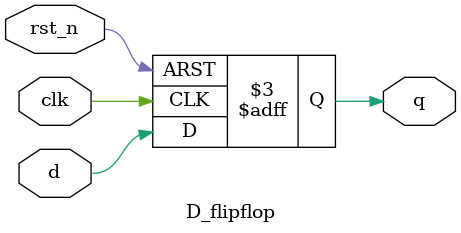
<source format=v>
module D_flipflop (
  input clk, rst_n,
  input d,
  output reg q
  );
  
  always@(posedge clk or negedge rst_n) begin
    if(!rst_n) 
        q <= 1'b0;
    else     
      q <= d;
  end
  
endmodule
</source>
